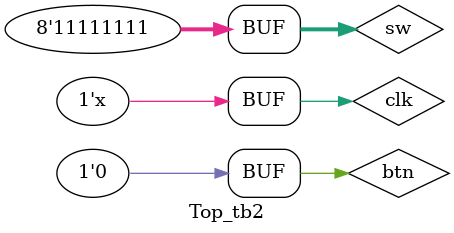
<source format=v>
`timescale 1ns / 1ps


module Top_tb2;

	// Inputs
	reg clk;
	reg [7:0] sw;
	reg btn; 

	// Outputs
	wire SDI_REF;
	wire CLK_REF;
	wire CS_REF1;
	wire CS_REF2;
	wire CS_REF3;
	wire MUX_REF1;
	wire MUX_REF2;
	wire MUX_REF3;
	wire CS_DAC;
	wire SDI_DAC;
	wire CLK_DAC;
	wire [6:0] seg;
	wire [3:0] an;

	// Instantiate the Unit Under Test (UUT)
	Top uut (
		.clk(clk), 
		.sw(sw), 
		.btn(btn), 
		.SDI_REF(SDI_REF), 
		.CLK_REF(CLK_REF), 
		.CS_REF1(CS_REF1), 
		.CS_REF2(CS_REF2), 
		.CS_REF3(CS_REF3), 
		.MUX_REF1(MUX_REF1), 
		.MUX_REF2(MUX_REF2), 
		.MUX_REF3(MUX_REF3), 
		.CS_DAC(CS_DAC), 
		.SDI_DAC(SDI_DAC), 
		.CLK_DAC(CLK_DAC), 
		.seg(seg), 
		.an(an)
	);

	initial begin
		// Initialize Inputs
		clk = 0;
		sw = 'hff;
		btn = 0;

		// Wait 100 ns for global reset to finish
		#100;
        
		// Add stimulus here

	end
      
	always
		begin
			#5
			clk=~clk;
		end
		
		
	always 
		begin 
			#400
			btn=1;
			#40
			btn=0;
		end
	
	always
		begin
		 #50
		 sw[0]=0;
		 #50
		 sw[0]=1; 
		end
		
	always
		begin
		#60
		sw[1]=0;
		#320
		sw[1]=1;
		end
		
		always
		begin
		#80
		sw[2]=0;
		#640
		sw[2]=1; 
		end
endmodule


</source>
